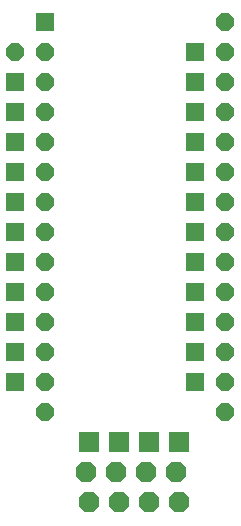
<source format=gbr>
G04 EAGLE Gerber RS-274X export*
G75*
%MOMM*%
%FSLAX34Y34*%
%LPD*%
%INSoldermask Bottom*%
%IPPOS*%
%AMOC8*
5,1,8,0,0,1.08239X$1,22.5*%
G01*
%ADD10P,1.649562X8X22.500000*%
%ADD11R,1.524000X1.524000*%
%ADD12R,1.727200X1.727200*%
%ADD13P,1.869504X8X22.500000*%


D10*
X0Y393700D03*
D11*
X0Y368300D03*
X0Y342900D03*
X0Y317500D03*
X0Y292100D03*
X0Y266700D03*
X0Y241300D03*
X0Y215900D03*
X0Y190500D03*
X0Y165100D03*
X0Y139700D03*
X0Y114300D03*
X152400Y114300D03*
X152400Y139700D03*
X152400Y165100D03*
X152400Y190500D03*
X152400Y215900D03*
X152400Y241300D03*
X152400Y266700D03*
X152400Y292100D03*
X152400Y317500D03*
X152400Y342900D03*
X152400Y368300D03*
X152400Y393700D03*
X25400Y419100D03*
D10*
X25400Y393700D03*
X25400Y368300D03*
X25400Y342900D03*
X25400Y317500D03*
X25400Y292100D03*
X25400Y266700D03*
X25400Y241300D03*
X25400Y215900D03*
X25400Y190500D03*
X25400Y165100D03*
X25400Y139700D03*
X25400Y114300D03*
X25400Y88900D03*
X177800Y88900D03*
X177800Y114300D03*
X177800Y139700D03*
X177800Y165100D03*
X177800Y190500D03*
X177800Y215900D03*
X177800Y241300D03*
X177800Y266700D03*
X177800Y292100D03*
X177800Y317500D03*
X177800Y342900D03*
X177800Y368300D03*
X177800Y393700D03*
X177800Y419100D03*
D12*
X138430Y63500D03*
D13*
X135890Y38100D03*
X138430Y12700D03*
D12*
X113030Y63500D03*
D13*
X110490Y38100D03*
X113030Y12700D03*
D12*
X87630Y63500D03*
D13*
X85090Y38100D03*
X87630Y12700D03*
D12*
X62230Y63500D03*
D13*
X59690Y38100D03*
X62230Y12700D03*
M02*

</source>
